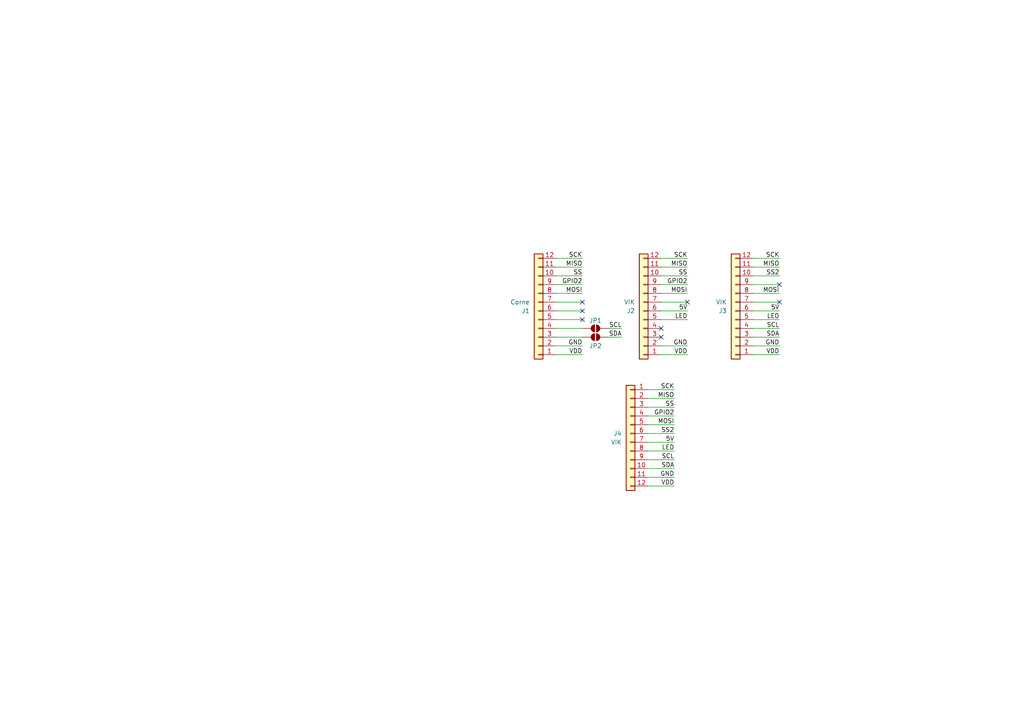
<source format=kicad_sch>
(kicad_sch (version 20231120) (generator "eeschema") (generator_version "8.0")
  (paper "A4")
  (lib_symbols
    (symbol "Connector_Generic:Conn_01x12" (pin_names (offset 1.016) hide)
      (property "Reference" "J" (at 0 15.24 0))
      (property "Value" "Conn_01x12" (at 0 -17.78 0))
      (symbol "Conn_01x12_1_1"
        (rectangle (start -1.27 -15.113) (end 0 -15.367) (stroke (width 0.1524)))
        (rectangle (start -1.27 -12.573) (end 0 -12.827) (stroke (width 0.1524)))
        (rectangle (start -1.27 -10.033) (end 0 -10.287) (stroke (width 0.1524)))
        (rectangle (start -1.27 -7.493) (end 0 -7.747) (stroke (width 0.1524)))
        (rectangle (start -1.27 -4.953) (end 0 -5.207) (stroke (width 0.1524)))
        (rectangle (start -1.27 -2.413) (end 0 -2.667) (stroke (width 0.1524)))
        (rectangle (start -1.27 0.127) (end 0 -0.127) (stroke (width 0.1524)))
        (rectangle (start -1.27 2.667) (end 0 2.413) (stroke (width 0.1524)))
        (rectangle (start -1.27 5.207) (end 0 4.953) (stroke (width 0.1524)))
        (rectangle (start -1.27 7.747) (end 0 7.493) (stroke (width 0.1524)))
        (rectangle (start -1.27 10.287) (end 0 10.033) (stroke (width 0.1524)))
        (rectangle (start -1.27 12.827) (end 0 12.573) (stroke (width 0.1524)))
        (rectangle (start -1.27 13.97) (end 1.27 -16.51) (stroke (width 0.254)) (fill (type background)))
        (pin passive line (at -5.08 12.7 0) (length 3.81) (name "Pin_1") (number "1"))
        (pin passive line (at -5.08 -10.16 0) (length 3.81) (name "Pin_10") (number "10"))
        (pin passive line (at -5.08 -12.7 0) (length 3.81) (name "Pin_11") (number "11"))
        (pin passive line (at -5.08 -15.24 0) (length 3.81) (name "Pin_12") (number "12"))
        (pin passive line (at -5.08 10.16 0) (length 3.81) (name "Pin_2") (number "2"))
        (pin passive line (at -5.08 7.62 0) (length 3.81) (name "Pin_3") (number "3"))
        (pin passive line (at -5.08 5.08 0) (length 3.81) (name "Pin_4") (number "4"))
        (pin passive line (at -5.08 2.54 0) (length 3.81) (name "Pin_5") (number "5"))
        (pin passive line (at -5.08 0 0) (length 3.81) (name "Pin_6") (number "6"))
        (pin passive line (at -5.08 -2.54 0) (length 3.81) (name "Pin_7") (number "7"))
        (pin passive line (at -5.08 -5.08 0) (length 3.81) (name "Pin_8") (number "8"))
        (pin passive line (at -5.08 -7.62 0) (length 3.81) (name "Pin_9") (number "9"))
      )
    )
    (symbol "Jumper:SolderJumper_2_Open" (pin_numbers hide) (pin_names (offset 0) hide) (exclude_from_sim yes) (in_bom no)
      (property "Reference" "JP" (at 0 2.032 0))
      (property "Value" "SolderJumper_2_Open" (at 0 -2.54 0))
      (symbol "SolderJumper_2_Open_0_1"
        (arc (start -0.254 1.016) (mid -1.2656 0) (end -0.254 -1.016))
        (arc (start -0.254 1.016) (mid -1.2656 0) (end -0.254 -1.016) (fill (type outline)))
        (polyline (pts (xy -0.254 1.016) (xy -0.254 -1.016)))
        (polyline (pts (xy 0.254 1.016) (xy 0.254 -1.016)))
        (arc (start 0.254 -1.016) (mid 1.2656 0) (end 0.254 1.016))
        (arc (start 0.254 -1.016) (mid 1.2656 0) (end 0.254 1.016) (fill (type outline)))
      )
      (symbol "SolderJumper_2_Open_1_1"
        (pin passive line (at -3.81 0 0) (length 2.54) (name "A") (number "1"))
        (pin passive line (at 3.81 0 180) (length 2.54) (name "B") (number "2"))
      )
    )
  )
  (no_connect (at 168.91 90.17))
  (no_connect (at 168.91 92.71))
  (no_connect (at 226.06 87.63))
  (no_connect (at 199.39 87.63))
  (no_connect (at 191.77 95.25))
  (no_connect (at 226.06 82.55))
  (no_connect (at 168.91 87.63))
  (no_connect (at 191.77 97.79))
  (wire (pts (xy 218.44 87.63) (xy 226.06 87.63)))
  (wire (pts (xy 191.77 92.71) (xy 199.39 92.71)))
  (wire (pts (xy 191.77 85.09) (xy 199.39 85.09)))
  (wire (pts (xy 161.29 87.63) (xy 168.91 87.63)))
  (wire (pts (xy 191.77 74.93) (xy 199.39 74.93)))
  (wire (pts (xy 191.77 82.55) (xy 199.39 82.55)))
  (wire (pts (xy 218.44 97.79) (xy 226.06 97.79)))
  (wire (pts (xy 191.77 90.17) (xy 199.39 90.17)))
  (wire (pts (xy 218.44 100.33) (xy 226.06 100.33)))
  (wire (pts (xy 187.96 138.43) (xy 195.58 138.43)))
  (wire (pts (xy 187.96 123.19) (xy 195.58 123.19)))
  (wire (pts (xy 161.29 80.01) (xy 168.91 80.01)))
  (wire (pts (xy 218.44 102.87) (xy 226.06 102.87)))
  (wire (pts (xy 161.29 97.79) (xy 168.91 97.79)))
  (wire (pts (xy 187.96 128.27) (xy 195.58 128.27)))
  (wire (pts (xy 176.53 97.79) (xy 180.34 97.79)))
  (wire (pts (xy 161.29 77.47) (xy 168.91 77.47)))
  (wire (pts (xy 218.44 92.71) (xy 226.06 92.71)))
  (wire (pts (xy 161.29 95.25) (xy 168.91 95.25)))
  (wire (pts (xy 176.53 95.25) (xy 180.34 95.25)))
  (wire (pts (xy 161.29 82.55) (xy 168.91 82.55)))
  (wire (pts (xy 161.29 92.71) (xy 168.91 92.71)))
  (wire (pts (xy 218.44 85.09) (xy 226.06 85.09)))
  (wire (pts (xy 218.44 74.93) (xy 226.06 74.93)))
  (wire (pts (xy 218.44 82.55) (xy 226.06 82.55)))
  (wire (pts (xy 187.96 115.57) (xy 195.58 115.57)))
  (wire (pts (xy 191.77 102.87) (xy 199.39 102.87)))
  (wire (pts (xy 187.96 140.97) (xy 195.58 140.97)))
  (wire (pts (xy 187.96 133.35) (xy 195.58 133.35)))
  (wire (pts (xy 218.44 95.25) (xy 226.06 95.25)))
  (wire (pts (xy 161.29 74.93) (xy 168.91 74.93)))
  (wire (pts (xy 218.44 90.17) (xy 226.06 90.17)))
  (wire (pts (xy 218.44 77.47) (xy 226.06 77.47)))
  (wire (pts (xy 161.29 90.17) (xy 168.91 90.17)))
  (wire (pts (xy 191.77 77.47) (xy 199.39 77.47)))
  (wire (pts (xy 187.96 118.11) (xy 195.58 118.11)))
  (wire (pts (xy 187.96 130.81) (xy 195.58 130.81)))
  (wire (pts (xy 191.77 80.01) (xy 199.39 80.01)))
  (wire (pts (xy 161.29 85.09) (xy 168.91 85.09)))
  (wire (pts (xy 187.96 113.03) (xy 195.58 113.03)))
  (wire (pts (xy 218.44 80.01) (xy 226.06 80.01)))
  (wire (pts (xy 191.77 100.33) (xy 199.39 100.33)))
  (wire (pts (xy 161.29 100.33) (xy 168.91 100.33)))
  (wire (pts (xy 187.96 120.65) (xy 195.58 120.65)))
  (wire (pts (xy 187.96 125.73) (xy 195.58 125.73)))
  (wire (pts (xy 161.29 102.87) (xy 168.91 102.87)))
  (wire (pts (xy 191.77 87.63) (xy 199.39 87.63)))
  (wire (pts (xy 187.96 135.89) (xy 195.58 135.89)))
  (label "LED" (at 195.58 130.81 180))
  (label "GPIO2" (at 168.91 82.55 180))
  (label "SCL" (at 180.34 95.25 180))
  (label "SCK" (at 199.39 74.93 180))
  (label "GPIO2" (at 199.39 82.55 180))
  (label "SS" (at 168.91 80.01 180))
  (label "LED" (at 226.06 92.71 180))
  (label "SS" (at 195.58 118.11 180))
  (label "SDA" (at 180.34 97.79 180))
  (label "SDA" (at 195.58 135.89 180))
  (label "SDA" (at 226.06 97.79 180))
  (label "SS" (at 199.39 80.01 180))
  (label "SCL" (at 226.06 95.25 180))
  (label "SCK" (at 195.58 113.03 180))
  (label "VDD" (at 199.39 102.87 180))
  (label "5V" (at 199.39 90.17 180))
  (label "SCL" (at 195.58 133.35 180))
  (label "MISO" (at 226.06 77.47 180))
  (label "SCK" (at 226.06 74.93 180))
  (label "MOSI" (at 199.39 85.09 180))
  (label "SS2" (at 195.58 125.73 180))
  (label "VDD" (at 226.06 102.87 180))
  (label "VDD" (at 195.58 140.97 180))
  (label "VDD" (at 168.91 102.87 180))
  (label "MOSI" (at 226.06 85.09 180))
  (label "5V" (at 226.06 90.17 180))
  (label "MOSI" (at 195.58 123.19 180))
  (label "GND" (at 199.39 100.33 180))
  (label "GND" (at 195.58 138.43 180))
  (label "MISO" (at 168.91 77.47 180))
  (label "LED" (at 199.39 92.71 180))
  (label "MOSI" (at 168.91 85.09 180))
  (label "GPIO2" (at 195.58 120.65 180))
  (label "5V" (at 195.58 128.27 180))
  (label "SS2" (at 226.06 80.01 180))
  (label "GND" (at 168.91 100.33 180))
  (label "MISO" (at 199.39 77.47 180))
  (label "SCK" (at 168.91 74.93 180))
  (label "MISO" (at 195.58 115.57 180))
  (label "GND" (at 226.06 100.33 180))
  (symbol (lib_id "Jumper:SolderJumper_2_Open") (at 172.72 97.79 0) (unit 1) (exclude_from_sim yes) (in_bom no)
    (property "Reference" "JP2" (at 172.72 100.33 0))
    (property "Value" "SolderJumper_2_Open" (effects (hide yes)))
    (property "Footprint" "Jumper:SolderJumper-2_P1.3mm_Open_RoundedPad1.0x1.5mm" (effects (hide yes)))
    (property "Description" "Solder Jumper, 2-pole, open" (effects (hide yes)))
  )
  (symbol (lib_id "Connector_Generic:Conn_01x12") (at 156.21 90.17 180) (unit 1)
    (property "Reference" "J1" (at 153.67 90.1701 0) (effects (justify left)))
    (property "Value" "Corne" (at 153.67 87.6301 0) (effects (justify left)))
    (property "Footprint" "fpc:fpc" (effects (hide yes)))
    (property "Description" "Generic connector, single row, 01x12, script generated (kicad-library-utils/schlib/autogen/connector/)" (effects (hide yes)))
  )
  (symbol (lib_id "Connector_Generic:Conn_01x12") (at 213.36 90.17 180) (unit 1)
    (property "Reference" "J3" (at 210.82 90.1701 0) (effects (justify left)))
    (property "Value" "VIK" (at 210.82 87.6301 0) (effects (justify left)))
    (property "Footprint" "fpc:fpc" (effects (hide yes)))
    (property "Description" "Generic connector, single row, 01x12, script generated (kicad-library-utils/schlib/autogen/connector/)" (effects (hide yes)))
  )
  (symbol (lib_id "Connector_Generic:Conn_01x12") (at 182.88 125.73 0) (mirror y) (unit 1)
    (property "Reference" "J4" (at 180.34 125.7299 0) (effects (justify left)))
    (property "Value" "VIK" (at 180.34 128.2699 0) (effects (justify left)))
    (property "Footprint" "fpc:fpc" (effects (hide yes)))
    (property "Description" "Generic connector, single row, 01x12, script generated (kicad-library-utils/schlib/autogen/connector/)" (effects (hide yes)))
  )
  (symbol (lib_id "Connector_Generic:Conn_01x12") (at 186.69 90.17 180) (unit 1)
    (property "Reference" "J2" (at 184.15 90.1701 0) (effects (justify left)))
    (property "Value" "VIK" (at 184.15 87.6301 0) (effects (justify left)))
    (property "Footprint" "fpc:fpc" (effects (hide yes)))
    (property "Description" "Generic connector, single row, 01x12, script generated (kicad-library-utils/schlib/autogen/connector/)" (effects (hide yes)))
  )
  (symbol (lib_id "Jumper:SolderJumper_2_Open") (at 172.72 95.25 0) (unit 1) (exclude_from_sim yes) (in_bom no)
    (property "Reference" "JP1" (at 172.72 92.964 0))
    (property "Value" "SolderJumper_2_Open" (effects (hide yes)))
    (property "Footprint" "Jumper:SolderJumper-2_P1.3mm_Open_RoundedPad1.0x1.5mm" (effects (hide yes)))
    (property "Description" "Solder Jumper, 2-pole, open" (effects (hide yes)))
  )
)
</source>
